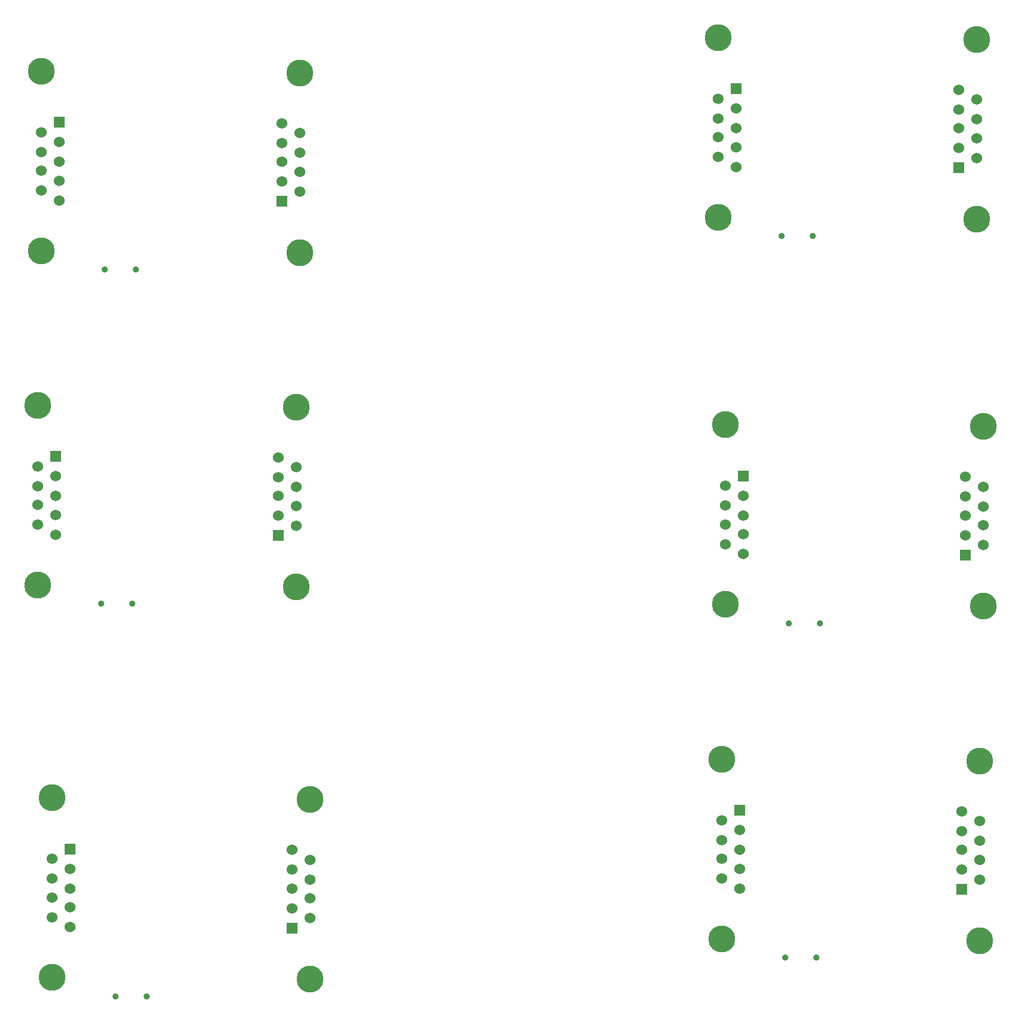
<source format=gbs>
G04 (created by PCBNEW (2013-jul-07)-stable) date śro, 3 cze 2015, 22:46:32*
%MOIN*%
G04 Gerber Fmt 3.4, Leading zero omitted, Abs format*
%FSLAX34Y34*%
G01*
G70*
G90*
G04 APERTURE LIST*
%ADD10C,0.000787402*%
%ADD11C,0.15*%
%ADD12R,0.06X0.06*%
%ADD13C,0.06*%
%ADD14C,0.0354*%
G04 APERTURE END LIST*
G54D10*
G54D11*
X47171Y-33300D03*
X47171Y-43300D03*
G54D12*
X48171Y-36150D03*
G54D13*
X48171Y-37250D03*
X48171Y-38350D03*
X48171Y-39400D03*
X48171Y-40500D03*
X47171Y-39950D03*
X47171Y-38850D03*
X47171Y-37800D03*
X47171Y-36700D03*
G54D11*
X61557Y-43400D03*
X61557Y-33400D03*
G54D12*
X60557Y-40550D03*
G54D13*
X60557Y-39450D03*
X60557Y-38350D03*
X60557Y-37300D03*
X60557Y-36200D03*
X61557Y-36750D03*
X61557Y-37850D03*
X61557Y-38900D03*
X61557Y-40000D03*
G54D14*
X50708Y-44350D03*
X52440Y-44350D03*
G54D11*
X47368Y-14698D03*
X47368Y-24698D03*
G54D12*
X48368Y-17548D03*
G54D13*
X48368Y-18648D03*
X48368Y-19748D03*
X48368Y-20798D03*
X48368Y-21898D03*
X47368Y-21348D03*
X47368Y-20248D03*
X47368Y-19198D03*
X47368Y-18098D03*
G54D11*
X61753Y-24798D03*
X61753Y-14798D03*
G54D12*
X60753Y-21948D03*
G54D13*
X60753Y-20848D03*
X60753Y-19748D03*
X60753Y-18698D03*
X60753Y-17598D03*
X61753Y-18148D03*
X61753Y-19248D03*
X61753Y-20298D03*
X61753Y-21398D03*
G54D14*
X50905Y-25747D03*
X52637Y-25747D03*
G54D11*
X47368Y-14698D03*
X47368Y-24698D03*
G54D12*
X48368Y-17548D03*
G54D13*
X48368Y-18648D03*
X48368Y-19748D03*
X48368Y-20798D03*
X48368Y-21898D03*
X47368Y-21348D03*
X47368Y-20248D03*
X47368Y-19198D03*
X47368Y-18098D03*
G54D11*
X61753Y-24798D03*
X61753Y-14798D03*
G54D12*
X60753Y-21948D03*
G54D13*
X60753Y-20848D03*
X60753Y-19748D03*
X60753Y-18698D03*
X60753Y-17598D03*
X61753Y-18148D03*
X61753Y-19248D03*
X61753Y-20298D03*
X61753Y-21398D03*
G54D14*
X50905Y-25747D03*
X52637Y-25747D03*
G54D11*
X47958Y-55150D03*
X47958Y-65150D03*
G54D12*
X48958Y-58000D03*
G54D13*
X48958Y-59100D03*
X48958Y-60200D03*
X48958Y-61250D03*
X48958Y-62350D03*
X47958Y-61800D03*
X47958Y-60700D03*
X47958Y-59650D03*
X47958Y-58550D03*
G54D11*
X62344Y-65250D03*
X62344Y-55250D03*
G54D12*
X61344Y-62400D03*
G54D13*
X61344Y-61300D03*
X61344Y-60200D03*
X61344Y-59150D03*
X61344Y-58050D03*
X62344Y-58600D03*
X62344Y-59700D03*
X62344Y-60750D03*
X62344Y-61850D03*
G54D14*
X51496Y-66200D03*
X53228Y-66200D03*
G54D11*
X85064Y-12827D03*
X85064Y-22827D03*
G54D12*
X86064Y-15677D03*
G54D13*
X86064Y-16777D03*
X86064Y-17877D03*
X86064Y-18927D03*
X86064Y-20027D03*
X85064Y-19477D03*
X85064Y-18377D03*
X85064Y-17327D03*
X85064Y-16227D03*
G54D11*
X99450Y-22927D03*
X99450Y-12927D03*
G54D12*
X98450Y-20077D03*
G54D13*
X98450Y-18977D03*
X98450Y-17877D03*
X98450Y-16827D03*
X98450Y-15727D03*
X99450Y-16277D03*
X99450Y-17377D03*
X99450Y-18427D03*
X99450Y-19527D03*
G54D14*
X88602Y-23877D03*
X90334Y-23877D03*
G54D11*
X85064Y-12827D03*
X85064Y-22827D03*
G54D12*
X86064Y-15677D03*
G54D13*
X86064Y-16777D03*
X86064Y-17877D03*
X86064Y-18927D03*
X86064Y-20027D03*
X85064Y-19477D03*
X85064Y-18377D03*
X85064Y-17327D03*
X85064Y-16227D03*
G54D11*
X99450Y-22927D03*
X99450Y-12927D03*
G54D12*
X98450Y-20077D03*
G54D13*
X98450Y-18977D03*
X98450Y-17877D03*
X98450Y-16827D03*
X98450Y-15727D03*
X99450Y-16277D03*
X99450Y-17377D03*
X99450Y-18427D03*
X99450Y-19527D03*
G54D14*
X88602Y-23877D03*
X90334Y-23877D03*
G54D11*
X47171Y-33300D03*
X47171Y-43300D03*
G54D12*
X48171Y-36150D03*
G54D13*
X48171Y-37250D03*
X48171Y-38350D03*
X48171Y-39400D03*
X48171Y-40500D03*
X47171Y-39950D03*
X47171Y-38850D03*
X47171Y-37800D03*
X47171Y-36700D03*
G54D11*
X61557Y-43400D03*
X61557Y-33400D03*
G54D12*
X60557Y-40550D03*
G54D13*
X60557Y-39450D03*
X60557Y-38350D03*
X60557Y-37300D03*
X60557Y-36200D03*
X61557Y-36750D03*
X61557Y-37850D03*
X61557Y-38900D03*
X61557Y-40000D03*
G54D14*
X50708Y-44350D03*
X52440Y-44350D03*
G54D11*
X47368Y-14698D03*
X47368Y-24698D03*
G54D12*
X48368Y-17548D03*
G54D13*
X48368Y-18648D03*
X48368Y-19748D03*
X48368Y-20798D03*
X48368Y-21898D03*
X47368Y-21348D03*
X47368Y-20248D03*
X47368Y-19198D03*
X47368Y-18098D03*
G54D11*
X61753Y-24798D03*
X61753Y-14798D03*
G54D12*
X60753Y-21948D03*
G54D13*
X60753Y-20848D03*
X60753Y-19748D03*
X60753Y-18698D03*
X60753Y-17598D03*
X61753Y-18148D03*
X61753Y-19248D03*
X61753Y-20298D03*
X61753Y-21398D03*
G54D14*
X50905Y-25747D03*
X52637Y-25747D03*
G54D11*
X47368Y-14698D03*
X47368Y-24698D03*
G54D12*
X48368Y-17548D03*
G54D13*
X48368Y-18648D03*
X48368Y-19748D03*
X48368Y-20798D03*
X48368Y-21898D03*
X47368Y-21348D03*
X47368Y-20248D03*
X47368Y-19198D03*
X47368Y-18098D03*
G54D11*
X61753Y-24798D03*
X61753Y-14798D03*
G54D12*
X60753Y-21948D03*
G54D13*
X60753Y-20848D03*
X60753Y-19748D03*
X60753Y-18698D03*
X60753Y-17598D03*
X61753Y-18148D03*
X61753Y-19248D03*
X61753Y-20298D03*
X61753Y-21398D03*
G54D14*
X50905Y-25747D03*
X52637Y-25747D03*
G54D11*
X47958Y-55150D03*
X47958Y-65150D03*
G54D12*
X48958Y-58000D03*
G54D13*
X48958Y-59100D03*
X48958Y-60200D03*
X48958Y-61250D03*
X48958Y-62350D03*
X47958Y-61800D03*
X47958Y-60700D03*
X47958Y-59650D03*
X47958Y-58550D03*
G54D11*
X62344Y-65250D03*
X62344Y-55250D03*
G54D12*
X61344Y-62400D03*
G54D13*
X61344Y-61300D03*
X61344Y-60200D03*
X61344Y-59150D03*
X61344Y-58050D03*
X62344Y-58600D03*
X62344Y-59700D03*
X62344Y-60750D03*
X62344Y-61850D03*
G54D14*
X51496Y-66200D03*
X53228Y-66200D03*
G54D11*
X85064Y-12827D03*
X85064Y-22827D03*
G54D12*
X86064Y-15677D03*
G54D13*
X86064Y-16777D03*
X86064Y-17877D03*
X86064Y-18927D03*
X86064Y-20027D03*
X85064Y-19477D03*
X85064Y-18377D03*
X85064Y-17327D03*
X85064Y-16227D03*
G54D11*
X99450Y-22927D03*
X99450Y-12927D03*
G54D12*
X98450Y-20077D03*
G54D13*
X98450Y-18977D03*
X98450Y-17877D03*
X98450Y-16827D03*
X98450Y-15727D03*
X99450Y-16277D03*
X99450Y-17377D03*
X99450Y-18427D03*
X99450Y-19527D03*
G54D14*
X88602Y-23877D03*
X90334Y-23877D03*
G54D11*
X85064Y-12827D03*
X85064Y-22827D03*
G54D12*
X86064Y-15677D03*
G54D13*
X86064Y-16777D03*
X86064Y-17877D03*
X86064Y-18927D03*
X86064Y-20027D03*
X85064Y-19477D03*
X85064Y-18377D03*
X85064Y-17327D03*
X85064Y-16227D03*
G54D11*
X99450Y-22927D03*
X99450Y-12927D03*
G54D12*
X98450Y-20077D03*
G54D13*
X98450Y-18977D03*
X98450Y-17877D03*
X98450Y-16827D03*
X98450Y-15727D03*
X99450Y-16277D03*
X99450Y-17377D03*
X99450Y-18427D03*
X99450Y-19527D03*
G54D14*
X88602Y-23877D03*
X90334Y-23877D03*
G54D11*
X47171Y-33300D03*
X47171Y-43300D03*
G54D12*
X48171Y-36150D03*
G54D13*
X48171Y-37250D03*
X48171Y-38350D03*
X48171Y-39400D03*
X48171Y-40500D03*
X47171Y-39950D03*
X47171Y-38850D03*
X47171Y-37800D03*
X47171Y-36700D03*
G54D11*
X61557Y-43400D03*
X61557Y-33400D03*
G54D12*
X60557Y-40550D03*
G54D13*
X60557Y-39450D03*
X60557Y-38350D03*
X60557Y-37300D03*
X60557Y-36200D03*
X61557Y-36750D03*
X61557Y-37850D03*
X61557Y-38900D03*
X61557Y-40000D03*
G54D14*
X50708Y-44350D03*
X52440Y-44350D03*
G54D11*
X47368Y-14698D03*
X47368Y-24698D03*
G54D12*
X48368Y-17548D03*
G54D13*
X48368Y-18648D03*
X48368Y-19748D03*
X48368Y-20798D03*
X48368Y-21898D03*
X47368Y-21348D03*
X47368Y-20248D03*
X47368Y-19198D03*
X47368Y-18098D03*
G54D11*
X61753Y-24798D03*
X61753Y-14798D03*
G54D12*
X60753Y-21948D03*
G54D13*
X60753Y-20848D03*
X60753Y-19748D03*
X60753Y-18698D03*
X60753Y-17598D03*
X61753Y-18148D03*
X61753Y-19248D03*
X61753Y-20298D03*
X61753Y-21398D03*
G54D14*
X50905Y-25747D03*
X52637Y-25747D03*
G54D11*
X47368Y-14698D03*
X47368Y-24698D03*
G54D12*
X48368Y-17548D03*
G54D13*
X48368Y-18648D03*
X48368Y-19748D03*
X48368Y-20798D03*
X48368Y-21898D03*
X47368Y-21348D03*
X47368Y-20248D03*
X47368Y-19198D03*
X47368Y-18098D03*
G54D11*
X61753Y-24798D03*
X61753Y-14798D03*
G54D12*
X60753Y-21948D03*
G54D13*
X60753Y-20848D03*
X60753Y-19748D03*
X60753Y-18698D03*
X60753Y-17598D03*
X61753Y-18148D03*
X61753Y-19248D03*
X61753Y-20298D03*
X61753Y-21398D03*
G54D14*
X50905Y-25747D03*
X52637Y-25747D03*
G54D11*
X85261Y-52985D03*
X85261Y-62985D03*
G54D12*
X86261Y-55835D03*
G54D13*
X86261Y-56935D03*
X86261Y-58035D03*
X86261Y-59085D03*
X86261Y-60185D03*
X85261Y-59635D03*
X85261Y-58535D03*
X85261Y-57485D03*
X85261Y-56385D03*
G54D11*
X99647Y-63085D03*
X99647Y-53085D03*
G54D12*
X98647Y-60235D03*
G54D13*
X98647Y-59135D03*
X98647Y-58035D03*
X98647Y-56985D03*
X98647Y-55885D03*
X99647Y-56435D03*
X99647Y-57535D03*
X99647Y-58585D03*
X99647Y-59685D03*
G54D14*
X88799Y-64035D03*
X90531Y-64035D03*
G54D11*
X85458Y-34383D03*
X85458Y-44383D03*
G54D12*
X86458Y-37233D03*
G54D13*
X86458Y-38333D03*
X86458Y-39433D03*
X86458Y-40483D03*
X86458Y-41583D03*
X85458Y-41033D03*
X85458Y-39933D03*
X85458Y-38883D03*
X85458Y-37783D03*
G54D11*
X99844Y-44483D03*
X99844Y-34483D03*
G54D12*
X98844Y-41633D03*
G54D13*
X98844Y-40533D03*
X98844Y-39433D03*
X98844Y-38383D03*
X98844Y-37283D03*
X99844Y-37833D03*
X99844Y-38933D03*
X99844Y-39983D03*
X99844Y-41083D03*
G54D14*
X88996Y-45432D03*
X90728Y-45432D03*
G54D11*
X85458Y-34383D03*
X85458Y-44383D03*
G54D12*
X86458Y-37233D03*
G54D13*
X86458Y-38333D03*
X86458Y-39433D03*
X86458Y-40483D03*
X86458Y-41583D03*
X85458Y-41033D03*
X85458Y-39933D03*
X85458Y-38883D03*
X85458Y-37783D03*
G54D11*
X99844Y-44483D03*
X99844Y-34483D03*
G54D12*
X98844Y-41633D03*
G54D13*
X98844Y-40533D03*
X98844Y-39433D03*
X98844Y-38383D03*
X98844Y-37283D03*
X99844Y-37833D03*
X99844Y-38933D03*
X99844Y-39983D03*
X99844Y-41083D03*
G54D14*
X88996Y-45432D03*
X90728Y-45432D03*
M02*

</source>
